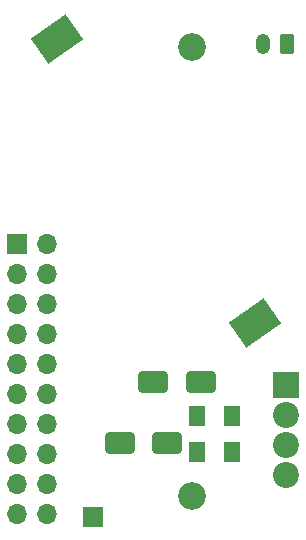
<source format=gbs>
G04 #@! TF.GenerationSoftware,KiCad,Pcbnew,7.0.10-7.0.10~ubuntu20.04.1*
G04 #@! TF.CreationDate,2024-06-08T20:32:56+02:00*
G04 #@! TF.ProjectId,MySMotherboard,4d79534d-6f74-4686-9572-626f6172642e,1.4*
G04 #@! TF.SameCoordinates,Original*
G04 #@! TF.FileFunction,Soldermask,Bot*
G04 #@! TF.FilePolarity,Negative*
%FSLAX46Y46*%
G04 Gerber Fmt 4.6, Leading zero omitted, Abs format (unit mm)*
G04 Created by KiCad (PCBNEW 7.0.10-7.0.10~ubuntu20.04.1) date 2024-06-08 20:32:56*
%MOMM*%
%LPD*%
G01*
G04 APERTURE LIST*
G04 Aperture macros list*
%AMRoundRect*
0 Rectangle with rounded corners*
0 $1 Rounding radius*
0 $2 $3 $4 $5 $6 $7 $8 $9 X,Y pos of 4 corners*
0 Add a 4 corners polygon primitive as box body*
4,1,4,$2,$3,$4,$5,$6,$7,$8,$9,$2,$3,0*
0 Add four circle primitives for the rounded corners*
1,1,$1+$1,$2,$3*
1,1,$1+$1,$4,$5*
1,1,$1+$1,$6,$7*
1,1,$1+$1,$8,$9*
0 Add four rect primitives between the rounded corners*
20,1,$1+$1,$2,$3,$4,$5,0*
20,1,$1+$1,$4,$5,$6,$7,0*
20,1,$1+$1,$6,$7,$8,$9,0*
20,1,$1+$1,$8,$9,$2,$3,0*%
%AMRotRect*
0 Rectangle, with rotation*
0 The origin of the aperture is its center*
0 $1 length*
0 $2 width*
0 $3 Rotation angle, in degrees counterclockwise*
0 Add horizontal line*
21,1,$1,$2,0,0,$3*%
G04 Aperture macros list end*
%ADD10R,1.700000X1.700000*%
%ADD11RoundRect,0.250000X0.350000X0.625000X-0.350000X0.625000X-0.350000X-0.625000X0.350000X-0.625000X0*%
%ADD12O,1.200000X1.750000*%
%ADD13O,1.700000X1.700000*%
%ADD14RotRect,2.600000X3.600000X125.000000*%
%ADD15RoundRect,0.250000X-1.000000X-0.650000X1.000000X-0.650000X1.000000X0.650000X-1.000000X0.650000X0*%
%ADD16RoundRect,0.250001X-0.462499X-0.624999X0.462499X-0.624999X0.462499X0.624999X-0.462499X0.624999X0*%
%ADD17C,2.357400*%
%ADD18R,2.200000X2.200000*%
%ADD19C,2.200000*%
G04 APERTURE END LIST*
D10*
X143125000Y-125450000D03*
D11*
X159550000Y-85425000D03*
D12*
X157550000Y-85425000D03*
D10*
X136750000Y-102350000D03*
D13*
X139290000Y-102350000D03*
X136750000Y-104890000D03*
X139290000Y-104890000D03*
X136750000Y-107430000D03*
X139290000Y-107430000D03*
X136750000Y-109970000D03*
X139290000Y-109970000D03*
X136750000Y-112510000D03*
X139290000Y-112510000D03*
X136750000Y-115050000D03*
X139290000Y-115050000D03*
X136750000Y-117590000D03*
X139290000Y-117590000D03*
X136750000Y-120130000D03*
X139290000Y-120130000D03*
X136750000Y-122670000D03*
X139290000Y-122670000D03*
X136750000Y-125210000D03*
X139290000Y-125210000D03*
D14*
X140100000Y-85000000D03*
X156905790Y-109001154D03*
D15*
X145425000Y-119175000D03*
X149425000Y-119175000D03*
D16*
X151962500Y-116850000D03*
X154937500Y-116850000D03*
X151962500Y-119900000D03*
X154937500Y-119900000D03*
D17*
X151550000Y-85675000D03*
X151550000Y-123645000D03*
D18*
X159525000Y-114260000D03*
D19*
X159525000Y-116800000D03*
X159525000Y-119340000D03*
X159525000Y-121880000D03*
D15*
X148275000Y-113975000D03*
X152275000Y-113975000D03*
M02*

</source>
